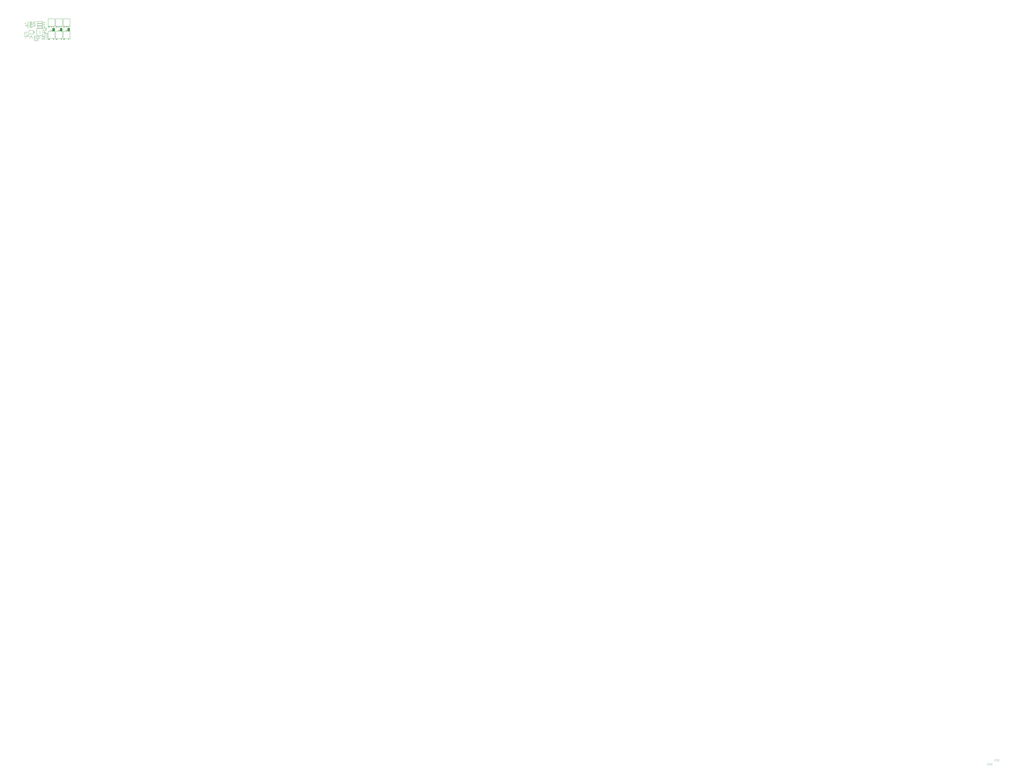
<source format=gto>
G04 Layer: TopSilkLayer*
G04 EasyEDA v6.2.44, 2019-10-11T09:46:47+02:00*
G04 b694c453db3c4fbcb19a449f5af86211,674c0623d3a246009f606e19fc16e94a,10*
G04 Gerber Generator version 0.2*
G04 Scale: 100 percent, Rotated: No, Reflected: No *
G04 Dimensions in millimeters *
G04 leading zeros omitted , absolute positions ,4 integer and 3 decimal *
%FSLAX43Y43*%
%MOMM*%
G90*
G71D02*

%ADD10C,0.254000*%
%ADD11C,0.200000*%
%ADD12C,0.399999*%
%ADD35C,0.228600*%
%ADD36C,0.129032*%
%ADD37C,0.299999*%
%ADD38C,0.152400*%
%ADD39C,0.203200*%

%LPD*%
G54D10*
G01X5511Y9880D02*
G01X5511Y13741D01*
G01X10388Y9855D02*
G01X10388Y13741D01*
G01X5511Y9855D02*
G01X10388Y9855D01*
G01X5511Y13741D02*
G01X10388Y13741D01*
G54D11*
G01X11518Y22370D02*
G01X11518Y23470D01*
G01X13119Y23470D01*
G01X13119Y22370D01*
G01X11518Y21570D02*
G01X11518Y20470D01*
G01X12518Y20470D01*
G01X13119Y20470D01*
G01X13119Y21570D01*
G01X6114Y17945D02*
G01X7214Y17945D01*
G01X7214Y16344D01*
G01X6114Y16344D01*
G01X5314Y17945D02*
G01X4214Y17945D01*
G01X4214Y16945D01*
G01X4214Y16344D01*
G01X5314Y16344D01*
G54D35*
G01X1185Y7027D02*
G01X1185Y12027D01*
G01X3386Y12027D01*
G01X3386Y7027D01*
G01X1185Y7027D01*
G54D11*
G01X7347Y5041D02*
G01X6247Y5041D01*
G01X6247Y6642D01*
G01X7347Y6642D01*
G01X8147Y5041D02*
G01X9247Y5041D01*
G01X9247Y6041D01*
G01X9247Y6642D01*
G01X8147Y6642D01*
G01X6114Y19723D02*
G01X7214Y19723D01*
G01X7214Y18122D01*
G01X6114Y18122D01*
G01X5314Y19723D02*
G01X4214Y19723D01*
G01X4214Y18723D01*
G01X4214Y18122D01*
G01X5314Y18122D01*
G01X6114Y21501D02*
G01X7214Y21501D01*
G01X7214Y19900D01*
G01X6114Y19900D01*
G01X5314Y21501D02*
G01X4214Y21501D01*
G01X4214Y20501D01*
G01X4214Y19900D01*
G01X5314Y19900D01*
G01X6114Y23279D02*
G01X7214Y23279D01*
G01X7214Y21678D01*
G01X6114Y21678D01*
G01X5314Y23279D02*
G01X4214Y23279D01*
G01X4214Y22279D01*
G01X4214Y21678D01*
G01X5314Y21678D01*
G54D10*
G01X20572Y15891D02*
G01X20571Y8492D01*
G01X20572Y8492D02*
G01X13972Y8492D01*
G01X13971Y15891D02*
G01X20571Y15891D01*
G01X13971Y8492D02*
G01X13972Y15891D01*
G54D35*
G01X14774Y23452D02*
G01X19774Y23452D01*
G01X19774Y21251D01*
G01X14774Y21251D01*
G01X14774Y23452D01*
G54D10*
G01X34272Y26310D02*
G01X34272Y18360D01*
G01X41419Y18360D01*
G01X41419Y26310D01*
G01X34272Y26310D01*
G01X35246Y18360D02*
G01X35246Y17060D01*
G01X35745Y17060D01*
G01X35745Y18360D01*
G01X39968Y18364D02*
G01X39968Y17064D01*
G01X40468Y17064D01*
G01X40468Y18364D01*
G01X34272Y12975D02*
G01X34272Y5025D01*
G01X41419Y5025D01*
G01X41419Y12975D01*
G01X34272Y12975D01*
G01X35246Y5025D02*
G01X35246Y3725D01*
G01X35745Y3725D01*
G01X35745Y5025D01*
G01X39968Y5029D02*
G01X39968Y3729D01*
G01X40468Y3729D01*
G01X40468Y5029D01*
G01X26144Y26310D02*
G01X26144Y18360D01*
G01X33291Y18360D01*
G01X33291Y26310D01*
G01X26144Y26310D01*
G01X27118Y18360D02*
G01X27118Y17060D01*
G01X27617Y17060D01*
G01X27617Y18360D01*
G01X31840Y18364D02*
G01X31840Y17064D01*
G01X32340Y17064D01*
G01X32340Y18364D01*
G01X26144Y12975D02*
G01X26144Y5025D01*
G01X33291Y5025D01*
G01X33291Y12975D01*
G01X26144Y12975D01*
G01X27118Y5025D02*
G01X27118Y3725D01*
G01X27617Y3725D01*
G01X27617Y5025D01*
G01X31840Y5029D02*
G01X31840Y3729D01*
G01X32340Y3729D01*
G01X32340Y5029D01*
G01X42400Y26310D02*
G01X42400Y18360D01*
G01X49547Y18360D01*
G01X49547Y26310D01*
G01X42400Y26310D01*
G01X43374Y18360D02*
G01X43374Y17060D01*
G01X43873Y17060D01*
G01X43873Y18360D01*
G01X48096Y18364D02*
G01X48096Y17064D01*
G01X48596Y17064D01*
G01X48596Y18364D01*
G01X42400Y12975D02*
G01X42400Y5025D01*
G01X49547Y5025D01*
G01X49547Y12975D01*
G01X42400Y12975D01*
G01X43374Y5025D02*
G01X43374Y3725D01*
G01X43873Y3725D01*
G01X43873Y5025D01*
G01X48096Y5029D02*
G01X48096Y3729D01*
G01X48596Y3729D01*
G01X48596Y5029D01*
G54D35*
G01X14774Y21039D02*
G01X19774Y21039D01*
G01X19774Y18838D01*
G01X14774Y18838D01*
G01X14774Y21039D01*
G01X14774Y18626D02*
G01X19774Y18626D01*
G01X19774Y16425D01*
G01X14774Y16425D01*
G01X14774Y18626D01*
G54D11*
G01X21551Y15385D02*
G01X21551Y16485D01*
G01X23152Y16485D01*
G01X23152Y15385D01*
G01X21551Y14585D02*
G01X21551Y13485D01*
G01X22551Y13485D01*
G01X23152Y13485D01*
G01X23152Y14585D01*
G54D36*
G01X21971Y11379D02*
G01X22987Y11379D01*
G01X22987Y11988D02*
G01X21971Y11988D01*
G01X22377Y11684D02*
G01X22580Y11684D01*
G01X22682Y11785D02*
G01X22275Y11785D01*
G01X22275Y11785D02*
G01X22479Y11582D01*
G01X22479Y11582D02*
G01X22682Y11785D01*
G01X22987Y12496D02*
G01X22987Y10871D01*
G01X22987Y10871D02*
G01X21971Y10871D01*
G01X21971Y10871D02*
G01X21971Y12496D01*
G01X21971Y12496D02*
G01X22987Y12496D01*
G54D11*
G01X23349Y4152D02*
G01X22249Y4152D01*
G01X22249Y5753D01*
G01X23349Y5753D01*
G01X24149Y4152D02*
G01X25249Y4152D01*
G01X25249Y5152D01*
G01X25249Y5753D01*
G01X24149Y5753D01*
G01X23349Y8089D02*
G01X22249Y8089D01*
G01X22249Y9690D01*
G01X23349Y9690D01*
G01X24149Y8089D02*
G01X25249Y8089D01*
G01X25249Y9089D01*
G01X25249Y9690D01*
G01X24149Y9690D01*
G01X23349Y6311D02*
G01X22249Y6311D01*
G01X22249Y7912D01*
G01X23349Y7912D01*
G01X24149Y6311D02*
G01X25249Y6311D01*
G01X25249Y7311D01*
G01X25249Y7912D01*
G01X24149Y7912D01*
G01X9289Y19723D02*
G01X10389Y19723D01*
G01X10389Y18122D01*
G01X9289Y18122D01*
G01X8489Y19723D02*
G01X7389Y19723D01*
G01X7389Y18723D01*
G01X7389Y18122D01*
G01X8489Y18122D01*
G01X11176Y6477D02*
G01X11176Y2921D01*
G01X11557Y2540D01*
G01X14859Y2540D01*
G01X15367Y3048D01*
G01X15367Y4318D01*
G01X15875Y4826D01*
G01X16383Y4826D01*
G01X17018Y5461D01*
G01X17018Y6985D01*
G01X16383Y7620D01*
G01X11430Y7620D01*
G01X11176Y7366D01*
G01X11176Y6477D01*
G54D38*
G01X10668Y10901D02*
G01X11445Y10901D01*
G01X11602Y10952D01*
G01X11706Y11056D01*
G01X11757Y11214D01*
G01X11757Y11318D01*
G01X11706Y11473D01*
G01X11602Y11577D01*
G01X11445Y11628D01*
G01X10668Y11628D01*
G01X10927Y12024D02*
G01X10873Y12024D01*
G01X10769Y12075D01*
G01X10718Y12128D01*
G01X10668Y12232D01*
G01X10668Y12438D01*
G01X10718Y12542D01*
G01X10769Y12595D01*
G01X10873Y12646D01*
G01X10977Y12646D01*
G01X11082Y12595D01*
G01X11239Y12491D01*
G01X11757Y11970D01*
G01X11757Y12699D01*
G01X10299Y21082D02*
G01X11389Y21082D01*
G01X10299Y21082D02*
G01X10299Y21549D01*
G01X10350Y21704D01*
G01X10401Y21757D01*
G01X10505Y21808D01*
G01X10609Y21808D01*
G01X10713Y21757D01*
G01X10767Y21704D01*
G01X10817Y21549D01*
G01X10817Y21082D01*
G01X10817Y21445D02*
G01X11389Y21808D01*
G01X10558Y22204D02*
G01X10505Y22204D01*
G01X10401Y22255D01*
G01X10350Y22308D01*
G01X10299Y22412D01*
G01X10299Y22618D01*
G01X10350Y22722D01*
G01X10401Y22776D01*
G01X10505Y22826D01*
G01X10609Y22826D01*
G01X10713Y22776D01*
G01X10871Y22672D01*
G01X11389Y22151D01*
G01X11389Y22880D01*
G01X8272Y17520D02*
G01X8219Y17625D01*
G01X8115Y17729D01*
G01X8013Y17780D01*
G01X7805Y17780D01*
G01X7701Y17729D01*
G01X7597Y17625D01*
G01X7543Y17520D01*
G01X7492Y17366D01*
G01X7492Y17106D01*
G01X7543Y16949D01*
G01X7597Y16845D01*
G01X7701Y16741D01*
G01X7805Y16690D01*
G01X8013Y16690D01*
G01X8115Y16741D01*
G01X8219Y16845D01*
G01X8272Y16949D01*
G01X9133Y17780D02*
G01X8615Y17053D01*
G01X9395Y17053D01*
G01X9133Y17780D02*
G01X9133Y16690D01*
G01X4462Y8109D02*
G01X4409Y8214D01*
G01X4305Y8318D01*
G01X4203Y8371D01*
G01X3995Y8371D01*
G01X3891Y8318D01*
G01X3787Y8214D01*
G01X3733Y8109D01*
G01X3682Y7955D01*
G01X3682Y7695D01*
G01X3733Y7538D01*
G01X3787Y7434D01*
G01X3891Y7330D01*
G01X3995Y7279D01*
G01X4203Y7279D01*
G01X4305Y7330D01*
G01X4409Y7434D01*
G01X4462Y7538D01*
G01X5427Y8371D02*
G01X4909Y8371D01*
G01X4856Y7901D01*
G01X4909Y7955D01*
G01X5064Y8005D01*
G01X5219Y8005D01*
G01X5377Y7955D01*
G01X5481Y7850D01*
G01X5532Y7695D01*
G01X5532Y7591D01*
G01X5481Y7434D01*
G01X5377Y7330D01*
G01X5219Y7279D01*
G01X5064Y7279D01*
G01X4909Y7330D01*
G01X4856Y7383D01*
G01X4805Y7487D01*
G01X7637Y7729D02*
G01X7584Y7833D01*
G01X7480Y7937D01*
G01X7378Y7988D01*
G01X7170Y7988D01*
G01X7066Y7937D01*
G01X6962Y7833D01*
G01X6908Y7729D01*
G01X6858Y7574D01*
G01X6858Y7315D01*
G01X6908Y7157D01*
G01X6962Y7053D01*
G01X7066Y6949D01*
G01X7170Y6898D01*
G01X7378Y6898D01*
G01X7480Y6949D01*
G01X7584Y7053D01*
G01X7637Y7157D01*
G01X8239Y7988D02*
G01X8084Y7937D01*
G01X8031Y7833D01*
G01X8031Y7729D01*
G01X8084Y7625D01*
G01X8188Y7574D01*
G01X8394Y7520D01*
G01X8552Y7470D01*
G01X8656Y7366D01*
G01X8707Y7261D01*
G01X8707Y7106D01*
G01X8656Y7002D01*
G01X8602Y6949D01*
G01X8448Y6898D01*
G01X8239Y6898D01*
G01X8084Y6949D01*
G01X8031Y7002D01*
G01X7980Y7106D01*
G01X7980Y7261D01*
G01X8031Y7366D01*
G01X8135Y7470D01*
G01X8293Y7520D01*
G01X8498Y7574D01*
G01X8602Y7625D01*
G01X8656Y7729D01*
G01X8656Y7833D01*
G01X8602Y7937D01*
G01X8448Y7988D01*
G01X8239Y7988D01*
G01X2031Y19430D02*
G01X2031Y18341D01*
G01X2031Y19430D02*
G01X2499Y19430D01*
G01X2654Y19380D01*
G01X2707Y19329D01*
G01X2758Y19225D01*
G01X2758Y19121D01*
G01X2707Y19016D01*
G01X2654Y18963D01*
G01X2499Y18912D01*
G01X2031Y18912D01*
G01X2395Y18912D02*
G01X2758Y18341D01*
G01X3205Y19430D02*
G01X3776Y19430D01*
G01X3467Y19016D01*
G01X3622Y19016D01*
G01X3726Y18963D01*
G01X3776Y18912D01*
G01X3830Y18757D01*
G01X3830Y18653D01*
G01X3776Y18496D01*
G01X3672Y18392D01*
G01X3517Y18341D01*
G01X3362Y18341D01*
G01X3205Y18392D01*
G01X3154Y18445D01*
G01X3101Y18549D01*
G01X7492Y21209D02*
G01X7492Y20119D01*
G01X7492Y21209D02*
G01X7960Y21209D01*
G01X8115Y21158D01*
G01X8168Y21107D01*
G01X8219Y21003D01*
G01X8219Y20899D01*
G01X8168Y20795D01*
G01X8115Y20741D01*
G01X7960Y20690D01*
G01X7492Y20690D01*
G01X7856Y20690D02*
G01X8219Y20119D01*
G01X9083Y21209D02*
G01X8562Y20482D01*
G01X9342Y20482D01*
G01X9083Y21209D02*
G01X9083Y20119D01*
G01X7493Y22974D02*
G01X7493Y21884D01*
G01X7493Y22974D02*
G01X7960Y22974D01*
G01X8115Y22923D01*
G01X8168Y22872D01*
G01X8219Y22768D01*
G01X8219Y22664D01*
G01X8168Y22560D01*
G01X8115Y22506D01*
G01X7960Y22456D01*
G01X7493Y22456D01*
G01X7856Y22456D02*
G01X8219Y21884D01*
G01X9187Y22974D02*
G01X8666Y22974D01*
G01X8615Y22506D01*
G01X8666Y22560D01*
G01X8823Y22611D01*
G01X8978Y22611D01*
G01X9133Y22560D01*
G01X9237Y22456D01*
G01X9291Y22301D01*
G01X9291Y22197D01*
G01X9237Y22039D01*
G01X9133Y21935D01*
G01X8978Y21884D01*
G01X8823Y21884D01*
G01X8666Y21935D01*
G01X8615Y21988D01*
G01X8562Y22092D01*
G01X16764Y11049D02*
G01X17856Y11049D01*
G01X17856Y11049D02*
G01X17856Y11671D01*
G01X16764Y12118D02*
G01X16764Y12689D01*
G01X17180Y12379D01*
G01X17180Y12534D01*
G01X17231Y12639D01*
G01X17284Y12689D01*
G01X17439Y12743D01*
G01X17543Y12743D01*
G01X17698Y12689D01*
G01X17802Y12585D01*
G01X17856Y12430D01*
G01X17856Y12275D01*
G01X17802Y12118D01*
G01X17752Y12067D01*
G01X17647Y12014D01*
G01X20718Y22598D02*
G01X20665Y22702D01*
G01X20561Y22806D01*
G01X20459Y22860D01*
G01X20251Y22860D01*
G01X20147Y22806D01*
G01X20043Y22702D01*
G01X19989Y22598D01*
G01X19939Y22443D01*
G01X19939Y22184D01*
G01X19989Y22026D01*
G01X20043Y21922D01*
G01X20147Y21818D01*
G01X20251Y21767D01*
G01X20459Y21767D01*
G01X20561Y21818D01*
G01X20665Y21922D01*
G01X20718Y22026D01*
G01X21061Y22651D02*
G01X21165Y22702D01*
G01X21320Y22860D01*
G01X21320Y21767D01*
G01X21717Y22598D02*
G01X21717Y22651D01*
G01X21767Y22755D01*
G01X21818Y22806D01*
G01X21922Y22860D01*
G01X22131Y22860D01*
G01X22235Y22806D01*
G01X22288Y22755D01*
G01X22339Y22651D01*
G01X22339Y22547D01*
G01X22288Y22443D01*
G01X22184Y22288D01*
G01X21663Y21767D01*
G01X22390Y21767D01*
G01X37269Y18034D02*
G01X37165Y17980D01*
G01X37061Y17876D01*
G01X37007Y17772D01*
G01X36957Y17617D01*
G01X36957Y17358D01*
G01X37007Y17200D01*
G01X37061Y17099D01*
G01X37165Y16995D01*
G01X37269Y16941D01*
G01X37477Y16941D01*
G01X37579Y16995D01*
G01X37683Y17099D01*
G01X37736Y17200D01*
G01X37787Y17358D01*
G01X37787Y17617D01*
G01X37736Y17772D01*
G01X37683Y17876D01*
G01X37579Y17980D01*
G01X37477Y18034D01*
G01X37269Y18034D01*
G01X37424Y17150D02*
G01X37736Y16837D01*
G01X38234Y18034D02*
G01X38806Y18034D01*
G01X38493Y17617D01*
G01X38651Y17617D01*
G01X38755Y17566D01*
G01X38806Y17513D01*
G01X38859Y17358D01*
G01X38859Y17254D01*
G01X38806Y17099D01*
G01X38701Y16995D01*
G01X38547Y16941D01*
G01X38392Y16941D01*
G01X38234Y16995D01*
G01X38183Y17045D01*
G01X38130Y17150D01*
G01X37015Y14351D02*
G01X36911Y14297D01*
G01X36807Y14193D01*
G01X36753Y14089D01*
G01X36703Y13934D01*
G01X36703Y13675D01*
G01X36753Y13517D01*
G01X36807Y13416D01*
G01X36911Y13312D01*
G01X37015Y13258D01*
G01X37223Y13258D01*
G01X37325Y13312D01*
G01X37429Y13416D01*
G01X37482Y13517D01*
G01X37533Y13675D01*
G01X37533Y13934D01*
G01X37482Y14089D01*
G01X37429Y14193D01*
G01X37325Y14297D01*
G01X37223Y14351D01*
G01X37015Y14351D01*
G01X37170Y13467D02*
G01X37482Y13154D01*
G01X38397Y14351D02*
G01X37876Y13622D01*
G01X38656Y13622D01*
G01X38397Y14351D02*
G01X38397Y13258D01*
G01X29268Y18118D02*
G01X29164Y18065D01*
G01X29060Y17961D01*
G01X29006Y17856D01*
G01X28956Y17702D01*
G01X28956Y17442D01*
G01X29006Y17285D01*
G01X29060Y17183D01*
G01X29164Y17079D01*
G01X29268Y17026D01*
G01X29476Y17026D01*
G01X29578Y17079D01*
G01X29682Y17183D01*
G01X29735Y17285D01*
G01X29786Y17442D01*
G01X29786Y17702D01*
G01X29735Y17856D01*
G01X29682Y17961D01*
G01X29578Y18065D01*
G01X29476Y18118D01*
G01X29268Y18118D01*
G01X29423Y17234D02*
G01X29735Y16922D01*
G01X30129Y17910D02*
G01X30233Y17961D01*
G01X30391Y18118D01*
G01X30391Y17026D01*
G01X28887Y14351D02*
G01X28783Y14297D01*
G01X28679Y14193D01*
G01X28625Y14089D01*
G01X28575Y13934D01*
G01X28575Y13675D01*
G01X28625Y13517D01*
G01X28679Y13416D01*
G01X28783Y13312D01*
G01X28887Y13258D01*
G01X29095Y13258D01*
G01X29197Y13312D01*
G01X29301Y13416D01*
G01X29354Y13517D01*
G01X29405Y13675D01*
G01X29405Y13934D01*
G01X29354Y14089D01*
G01X29301Y14193D01*
G01X29197Y14297D01*
G01X29095Y14351D01*
G01X28887Y14351D01*
G01X29042Y13467D02*
G01X29354Y13154D01*
G01X29801Y14089D02*
G01X29801Y14142D01*
G01X29852Y14246D01*
G01X29905Y14297D01*
G01X30010Y14351D01*
G01X30215Y14351D01*
G01X30319Y14297D01*
G01X30373Y14246D01*
G01X30424Y14142D01*
G01X30424Y14038D01*
G01X30373Y13934D01*
G01X30269Y13779D01*
G01X29748Y13258D01*
G01X30477Y13258D01*
G01X45524Y18161D02*
G01X45420Y18107D01*
G01X45316Y18003D01*
G01X45262Y17899D01*
G01X45212Y17744D01*
G01X45212Y17485D01*
G01X45262Y17327D01*
G01X45316Y17226D01*
G01X45420Y17122D01*
G01X45524Y17068D01*
G01X45732Y17068D01*
G01X45834Y17122D01*
G01X45938Y17226D01*
G01X45991Y17327D01*
G01X46042Y17485D01*
G01X46042Y17744D01*
G01X45991Y17899D01*
G01X45938Y18003D01*
G01X45834Y18107D01*
G01X45732Y18161D01*
G01X45524Y18161D01*
G01X45679Y17277D02*
G01X45991Y16964D01*
G01X47010Y18161D02*
G01X46489Y18161D01*
G01X46438Y17693D01*
G01X46489Y17744D01*
G01X46647Y17797D01*
G01X46802Y17797D01*
G01X46956Y17744D01*
G01X47061Y17640D01*
G01X47114Y17485D01*
G01X47114Y17381D01*
G01X47061Y17226D01*
G01X46956Y17122D01*
G01X46802Y17068D01*
G01X46647Y17068D01*
G01X46489Y17122D01*
G01X46438Y17172D01*
G01X46385Y17277D01*
G01X45143Y14351D02*
G01X45039Y14297D01*
G01X44935Y14193D01*
G01X44881Y14089D01*
G01X44831Y13934D01*
G01X44831Y13675D01*
G01X44881Y13517D01*
G01X44935Y13416D01*
G01X45039Y13312D01*
G01X45143Y13258D01*
G01X45351Y13258D01*
G01X45453Y13312D01*
G01X45557Y13416D01*
G01X45610Y13517D01*
G01X45661Y13675D01*
G01X45661Y13934D01*
G01X45610Y14089D01*
G01X45557Y14193D01*
G01X45453Y14297D01*
G01X45351Y14351D01*
G01X45143Y14351D01*
G01X45298Y13467D02*
G01X45610Y13154D01*
G01X46629Y14193D02*
G01X46575Y14297D01*
G01X46421Y14351D01*
G01X46316Y14351D01*
G01X46161Y14297D01*
G01X46057Y14142D01*
G01X46004Y13883D01*
G01X46004Y13622D01*
G01X46057Y13416D01*
G01X46161Y13312D01*
G01X46316Y13258D01*
G01X46367Y13258D01*
G01X46525Y13312D01*
G01X46629Y13416D01*
G01X46680Y13571D01*
G01X46680Y13622D01*
G01X46629Y13779D01*
G01X46525Y13883D01*
G01X46367Y13934D01*
G01X46316Y13934D01*
G01X46161Y13883D01*
G01X46057Y13779D01*
G01X46004Y13622D01*
G01X20845Y20312D02*
G01X20792Y20416D01*
G01X20688Y20520D01*
G01X20586Y20574D01*
G01X20378Y20574D01*
G01X20274Y20520D01*
G01X20170Y20416D01*
G01X20116Y20312D01*
G01X20066Y20157D01*
G01X20066Y19898D01*
G01X20116Y19740D01*
G01X20170Y19636D01*
G01X20274Y19532D01*
G01X20378Y19481D01*
G01X20586Y19481D01*
G01X20688Y19532D01*
G01X20792Y19636D01*
G01X20845Y19740D01*
G01X21188Y20365D02*
G01X21292Y20416D01*
G01X21447Y20574D01*
G01X21447Y19481D01*
G01X22415Y20416D02*
G01X22362Y20520D01*
G01X22207Y20574D01*
G01X22103Y20574D01*
G01X21945Y20520D01*
G01X21844Y20365D01*
G01X21790Y20104D01*
G01X21790Y19845D01*
G01X21844Y19636D01*
G01X21945Y19532D01*
G01X22103Y19481D01*
G01X22153Y19481D01*
G01X22311Y19532D01*
G01X22415Y19636D01*
G01X22466Y19794D01*
G01X22466Y19845D01*
G01X22415Y20002D01*
G01X22311Y20104D01*
G01X22153Y20157D01*
G01X22103Y20157D01*
G01X21945Y20104D01*
G01X21844Y20002D01*
G01X21790Y19845D01*
G01X20845Y17772D02*
G01X20792Y17876D01*
G01X20688Y17980D01*
G01X20586Y18034D01*
G01X20378Y18034D01*
G01X20274Y17980D01*
G01X20170Y17876D01*
G01X20116Y17772D01*
G01X20066Y17617D01*
G01X20066Y17358D01*
G01X20116Y17200D01*
G01X20170Y17096D01*
G01X20274Y16992D01*
G01X20378Y16941D01*
G01X20586Y16941D01*
G01X20688Y16992D01*
G01X20792Y17096D01*
G01X20845Y17200D01*
G01X21188Y17825D02*
G01X21292Y17876D01*
G01X21447Y18034D01*
G01X21447Y16941D01*
G01X22049Y18034D02*
G01X21894Y17980D01*
G01X21844Y17876D01*
G01X21844Y17772D01*
G01X21894Y17668D01*
G01X21998Y17617D01*
G01X22207Y17564D01*
G01X22362Y17513D01*
G01X22466Y17409D01*
G01X22517Y17305D01*
G01X22517Y17150D01*
G01X22466Y17045D01*
G01X22415Y16992D01*
G01X22258Y16941D01*
G01X22049Y16941D01*
G01X21894Y16992D01*
G01X21844Y17045D01*
G01X21790Y17150D01*
G01X21790Y17305D01*
G01X21844Y17409D01*
G01X21945Y17513D01*
G01X22103Y17564D01*
G01X22311Y17617D01*
G01X22415Y17668D01*
G01X22466Y17772D01*
G01X22466Y17876D01*
G01X22415Y17980D01*
G01X22258Y18034D01*
G01X22049Y18034D01*
G01X23495Y13769D02*
G01X24584Y13769D01*
G01X23495Y13769D02*
G01X23495Y14236D01*
G01X23545Y14391D01*
G01X23596Y14444D01*
G01X23700Y14495D01*
G01X23804Y14495D01*
G01X23909Y14444D01*
G01X23962Y14391D01*
G01X24013Y14236D01*
G01X24013Y13769D01*
G01X24013Y14132D02*
G01X24584Y14495D01*
G01X23754Y14892D02*
G01X23700Y14892D01*
G01X23596Y14942D01*
G01X23545Y14996D01*
G01X23495Y15100D01*
G01X23495Y15306D01*
G01X23545Y15410D01*
G01X23596Y15463D01*
G01X23700Y15514D01*
G01X23804Y15514D01*
G01X23909Y15463D01*
G01X24066Y15359D01*
G01X24584Y14838D01*
G01X24584Y15567D01*
G01X23495Y16532D02*
G01X23495Y16014D01*
G01X23962Y15961D01*
G01X23909Y16014D01*
G01X23858Y16169D01*
G01X23858Y16324D01*
G01X23909Y16482D01*
G01X24013Y16586D01*
G01X24168Y16637D01*
G01X24272Y16637D01*
G01X24429Y16586D01*
G01X24533Y16482D01*
G01X24584Y16324D01*
G01X24584Y16169D01*
G01X24533Y16014D01*
G01X24480Y15961D01*
G01X24376Y15910D01*
G01X19431Y5334D02*
G01X19431Y4244D01*
G01X19431Y5334D02*
G01X19898Y5334D01*
G01X20053Y5283D01*
G01X20106Y5232D01*
G01X20157Y5128D01*
G01X20157Y5024D01*
G01X20106Y4919D01*
G01X20053Y4866D01*
G01X19898Y4815D01*
G01X19431Y4815D01*
G01X19794Y4815D02*
G01X20157Y4244D01*
G01X20500Y5128D02*
G01X20604Y5179D01*
G01X20761Y5334D01*
G01X20761Y4244D01*
G01X21727Y5334D02*
G01X21209Y5334D01*
G01X21155Y4866D01*
G01X21209Y4919D01*
G01X21363Y4970D01*
G01X21518Y4970D01*
G01X21676Y4919D01*
G01X21780Y4815D01*
G01X21831Y4660D01*
G01X21831Y4556D01*
G01X21780Y4399D01*
G01X21676Y4295D01*
G01X21518Y4244D01*
G01X21363Y4244D01*
G01X21209Y4295D01*
G01X21155Y4348D01*
G01X21104Y4452D01*
G01X23241Y10922D02*
G01X23241Y9832D01*
G01X23241Y10922D02*
G01X23708Y10922D01*
G01X23863Y10871D01*
G01X23916Y10820D01*
G01X23967Y10716D01*
G01X23967Y10612D01*
G01X23916Y10507D01*
G01X23863Y10454D01*
G01X23708Y10403D01*
G01X23241Y10403D01*
G01X23604Y10403D02*
G01X23967Y9832D01*
G01X24310Y10716D02*
G01X24414Y10767D01*
G01X24571Y10922D01*
G01X24571Y9832D01*
G01X25641Y10922D02*
G01X25120Y9832D01*
G01X24914Y10922D02*
G01X25641Y10922D01*
G01X19176Y7620D02*
G01X19176Y6530D01*
G01X19176Y7620D02*
G01X19644Y7620D01*
G01X19799Y7569D01*
G01X19852Y7518D01*
G01X19903Y7414D01*
G01X19903Y7310D01*
G01X19852Y7205D01*
G01X19799Y7152D01*
G01X19644Y7101D01*
G01X19176Y7101D01*
G01X19540Y7101D02*
G01X19903Y6530D01*
G01X20299Y7360D02*
G01X20299Y7414D01*
G01X20350Y7518D01*
G01X20403Y7569D01*
G01X20507Y7620D01*
G01X20713Y7620D01*
G01X20817Y7569D01*
G01X20871Y7518D01*
G01X20921Y7414D01*
G01X20921Y7310D01*
G01X20871Y7205D01*
G01X20767Y7048D01*
G01X20246Y6530D01*
G01X20975Y6530D01*
G01X21368Y7360D02*
G01X21368Y7414D01*
G01X21422Y7518D01*
G01X21473Y7569D01*
G01X21577Y7620D01*
G01X21785Y7620D01*
G01X21889Y7569D01*
G01X21940Y7518D01*
G01X21993Y7414D01*
G01X21993Y7310D01*
G01X21940Y7205D01*
G01X21836Y7048D01*
G01X21318Y6530D01*
G01X22044Y6530D01*
G01X11447Y19171D02*
G01X11394Y19276D01*
G01X11290Y19380D01*
G01X11188Y19431D01*
G01X10980Y19431D01*
G01X10876Y19380D01*
G01X10772Y19276D01*
G01X10718Y19171D01*
G01X10668Y19016D01*
G01X10668Y18757D01*
G01X10718Y18600D01*
G01X10772Y18496D01*
G01X10876Y18392D01*
G01X10980Y18341D01*
G01X11188Y18341D01*
G01X11290Y18392D01*
G01X11394Y18496D01*
G01X11447Y18600D01*
G01X12466Y19067D02*
G01X12412Y18912D01*
G01X12308Y18808D01*
G01X12153Y18757D01*
G01X12103Y18757D01*
G01X11945Y18808D01*
G01X11841Y18912D01*
G01X11790Y19067D01*
G01X11790Y19121D01*
G01X11841Y19276D01*
G01X11945Y19380D01*
G01X12103Y19431D01*
G01X12153Y19431D01*
G01X12308Y19380D01*
G01X12412Y19276D01*
G01X12466Y19067D01*
G01X12466Y18808D01*
G01X12412Y18549D01*
G01X12308Y18392D01*
G01X12153Y18341D01*
G01X12049Y18341D01*
G01X11894Y18392D01*
G01X11841Y18496D01*
G54D39*
G01X11557Y7203D02*
G01X11557Y5265D01*
G01X11557Y7203D02*
G01X12758Y7203D01*
G01X11557Y6281D02*
G01X12296Y6281D01*
G01X11557Y5265D02*
G01X12758Y5265D01*
G01X14660Y6926D02*
G01X14475Y7112D01*
G01X14198Y7203D01*
G01X13830Y7203D01*
G01X13550Y7112D01*
G01X13368Y6926D01*
G01X13368Y6743D01*
G01X13459Y6558D01*
G01X13550Y6464D01*
G01X13736Y6372D01*
G01X14290Y6187D01*
G01X14475Y6096D01*
G01X14566Y6004D01*
G01X14660Y5819D01*
G01X14660Y5542D01*
G01X14475Y5356D01*
G01X14198Y5265D01*
G01X13830Y5265D01*
G01X13550Y5356D01*
G01X13368Y5542D01*
G01X16654Y6743D02*
G01X16563Y6926D01*
G01X16377Y7112D01*
G01X16192Y7203D01*
G01X15824Y7203D01*
G01X15638Y7112D01*
G01X15455Y6926D01*
G01X15361Y6743D01*
G01X15270Y6464D01*
G01X15270Y6004D01*
G01X15361Y5727D01*
G01X15455Y5542D01*
G01X15638Y5356D01*
G01X15824Y5265D01*
G01X16192Y5265D01*
G01X16377Y5356D01*
G01X16563Y5542D01*
G01X16654Y5727D01*
G01X11557Y4790D02*
G01X12296Y2852D01*
G01X13035Y4790D02*
G01X12296Y2852D01*
G01X13830Y4790D02*
G01X14846Y4790D01*
G01X14290Y4051D01*
G01X14566Y4051D01*
G01X14752Y3959D01*
G01X14846Y3868D01*
G01X14937Y3591D01*
G01X14937Y3406D01*
G01X14846Y3129D01*
G01X14660Y2943D01*
G01X14384Y2852D01*
G01X14107Y2852D01*
G01X13830Y2943D01*
G01X13736Y3035D01*
G01X13644Y3220D01*
G01X1042416Y-768766D02*
G01X1042416Y-770704D01*
G01X1042416Y-768766D02*
G01X1043617Y-768766D01*
G01X1042416Y-769688D02*
G01X1043155Y-769688D01*
G01X1042416Y-770704D02*
G01X1043617Y-770704D01*
G01X1045519Y-769043D02*
G01X1045334Y-768858D01*
G01X1045057Y-768766D01*
G01X1044689Y-768766D01*
G01X1044409Y-768858D01*
G01X1044227Y-769043D01*
G01X1044227Y-769226D01*
G01X1044318Y-769411D01*
G01X1044409Y-769505D01*
G01X1044595Y-769597D01*
G01X1045149Y-769782D01*
G01X1045334Y-769874D01*
G01X1045425Y-769965D01*
G01X1045519Y-770150D01*
G01X1045519Y-770427D01*
G01X1045334Y-770613D01*
G01X1045057Y-770704D01*
G01X1044689Y-770704D01*
G01X1044409Y-770613D01*
G01X1044227Y-770427D01*
G01X1047513Y-769226D02*
G01X1047422Y-769043D01*
G01X1047236Y-768858D01*
G01X1047051Y-768766D01*
G01X1046683Y-768766D01*
G01X1046497Y-768858D01*
G01X1046314Y-769043D01*
G01X1046220Y-769226D01*
G01X1046129Y-769505D01*
G01X1046129Y-769965D01*
G01X1046220Y-770242D01*
G01X1046314Y-770427D01*
G01X1046497Y-770613D01*
G01X1046683Y-770704D01*
G01X1047051Y-770704D01*
G01X1047236Y-770613D01*
G01X1047422Y-770427D01*
G01X1047513Y-770242D01*
G01X1034923Y-773211D02*
G01X1034923Y-775149D01*
G01X1034923Y-773211D02*
G01X1036124Y-773211D01*
G01X1034923Y-774133D02*
G01X1035662Y-774133D01*
G01X1034923Y-775149D02*
G01X1036124Y-775149D01*
G01X1038026Y-773488D02*
G01X1037841Y-773303D01*
G01X1037564Y-773211D01*
G01X1037196Y-773211D01*
G01X1036916Y-773303D01*
G01X1036734Y-773488D01*
G01X1036734Y-773671D01*
G01X1036825Y-773856D01*
G01X1036916Y-773950D01*
G01X1037102Y-774042D01*
G01X1037656Y-774227D01*
G01X1037841Y-774319D01*
G01X1037932Y-774410D01*
G01X1038026Y-774595D01*
G01X1038026Y-774872D01*
G01X1037841Y-775058D01*
G01X1037564Y-775149D01*
G01X1037196Y-775149D01*
G01X1036916Y-775058D01*
G01X1036734Y-774872D01*
G01X1040020Y-773671D02*
G01X1039929Y-773488D01*
G01X1039743Y-773303D01*
G01X1039558Y-773211D01*
G01X1039190Y-773211D01*
G01X1039004Y-773303D01*
G01X1038821Y-773488D01*
G01X1038727Y-773671D01*
G01X1038636Y-773950D01*
G01X1038636Y-774410D01*
G01X1038727Y-774687D01*
G01X1038821Y-774872D01*
G01X1039004Y-775058D01*
G01X1039190Y-775149D01*
G01X1039558Y-775149D01*
G01X1039743Y-775058D01*
G01X1039929Y-774872D01*
G01X1040020Y-774687D01*
G54D11*
G01X1579Y22225D02*
G01X1579Y20589D01*
G01X762Y21407D02*
G01X2397Y21407D01*
G01X1651Y4445D02*
G01X1651Y6080D01*
G54D37*
G75*
G01X5309Y9373D02*
G03X5311Y9373I1J-150D01*
G01*
G54D12*
G75*
G01X34747Y17460D02*
G03X34747Y17457I-200J-1D01*
G01*
G75*
G01X34747Y4125D02*
G03X34747Y4122I-200J-1D01*
G01*
G75*
G01X26619Y17460D02*
G03X26619Y17457I-200J-1D01*
G01*
G75*
G01X26619Y4125D02*
G03X26619Y4122I-200J-1D01*
G01*
G75*
G01X42875Y17460D02*
G03X42875Y17457I-200J-1D01*
G01*
G75*
G01X42875Y4125D02*
G03X42875Y4122I-200J-1D01*
G01*
G36*
G01X30734Y16256D02*
G01X33401Y16256D01*
G01X33401Y12954D01*
G01X30734Y12954D01*
G01X30734Y16256D01*
G37*
G36*
G01X38798Y16256D02*
G01X41465Y16256D01*
G01X41465Y12954D01*
G01X38798Y12954D01*
G01X38798Y16256D01*
G37*
G36*
G01X46926Y16383D02*
G01X49593Y16383D01*
G01X49593Y13081D01*
G01X46926Y13081D01*
G01X46926Y16383D01*
G37*
M00*
M02*

</source>
